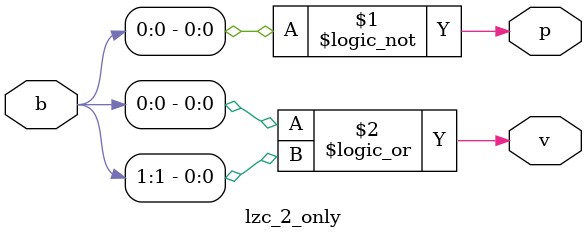
<source format=v>


module lzc_2_only(
    input [1:0] b,
    output p,
    output v
);
    assign p = !b[0];
    assign v = b[0] || b[1];
endmodule

</source>
